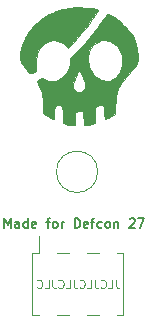
<source format=gbr>
G04 #@! TF.GenerationSoftware,KiCad,Pcbnew,5.1.2*
G04 #@! TF.CreationDate,2019-07-12T11:27:54-05:00*
G04 #@! TF.ProjectId,Tux,5475782e-6b69-4636-9164-5f7063625858,rev?*
G04 #@! TF.SameCoordinates,Original*
G04 #@! TF.FileFunction,Legend,Bot*
G04 #@! TF.FilePolarity,Positive*
%FSLAX46Y46*%
G04 Gerber Fmt 4.6, Leading zero omitted, Abs format (unit mm)*
G04 Created by KiCad (PCBNEW 5.1.2) date 2019-07-12 11:27:54*
%MOMM*%
%LPD*%
G04 APERTURE LIST*
%ADD10C,0.100000*%
%ADD11C,0.150000*%
%ADD12C,0.120000*%
%ADD13C,0.010000*%
G04 APERTURE END LIST*
D10*
X158683333Y-104166666D02*
X158683333Y-104666666D01*
X158716666Y-104766666D01*
X158783333Y-104833333D01*
X158883333Y-104866666D01*
X158950000Y-104866666D01*
X158016666Y-104866666D02*
X158350000Y-104866666D01*
X158350000Y-104166666D01*
X157383333Y-104800000D02*
X157416666Y-104833333D01*
X157516666Y-104866666D01*
X157583333Y-104866666D01*
X157683333Y-104833333D01*
X157750000Y-104766666D01*
X157783333Y-104700000D01*
X157816666Y-104566666D01*
X157816666Y-104466666D01*
X157783333Y-104333333D01*
X157750000Y-104266666D01*
X157683333Y-104200000D01*
X157583333Y-104166666D01*
X157516666Y-104166666D01*
X157416666Y-104200000D01*
X157383333Y-104233333D01*
X156883333Y-104166666D02*
X156883333Y-104666666D01*
X156916666Y-104766666D01*
X156983333Y-104833333D01*
X157083333Y-104866666D01*
X157150000Y-104866666D01*
X156216666Y-104866666D02*
X156550000Y-104866666D01*
X156550000Y-104166666D01*
X155583333Y-104800000D02*
X155616666Y-104833333D01*
X155716666Y-104866666D01*
X155783333Y-104866666D01*
X155883333Y-104833333D01*
X155950000Y-104766666D01*
X155983333Y-104700000D01*
X156016666Y-104566666D01*
X156016666Y-104466666D01*
X155983333Y-104333333D01*
X155950000Y-104266666D01*
X155883333Y-104200000D01*
X155783333Y-104166666D01*
X155716666Y-104166666D01*
X155616666Y-104200000D01*
X155583333Y-104233333D01*
X155083333Y-104166666D02*
X155083333Y-104666666D01*
X155116666Y-104766666D01*
X155183333Y-104833333D01*
X155283333Y-104866666D01*
X155350000Y-104866666D01*
X154416666Y-104866666D02*
X154750000Y-104866666D01*
X154750000Y-104166666D01*
X153783333Y-104800000D02*
X153816666Y-104833333D01*
X153916666Y-104866666D01*
X153983333Y-104866666D01*
X154083333Y-104833333D01*
X154150000Y-104766666D01*
X154183333Y-104700000D01*
X154216666Y-104566666D01*
X154216666Y-104466666D01*
X154183333Y-104333333D01*
X154150000Y-104266666D01*
X154083333Y-104200000D01*
X153983333Y-104166666D01*
X153916666Y-104166666D01*
X153816666Y-104200000D01*
X153783333Y-104233333D01*
X153283333Y-104166666D02*
X153283333Y-104666666D01*
X153316666Y-104766666D01*
X153383333Y-104833333D01*
X153483333Y-104866666D01*
X153550000Y-104866666D01*
X152616666Y-104866666D02*
X152950000Y-104866666D01*
X152950000Y-104166666D01*
X151983333Y-104800000D02*
X152016666Y-104833333D01*
X152116666Y-104866666D01*
X152183333Y-104866666D01*
X152283333Y-104833333D01*
X152350000Y-104766666D01*
X152383333Y-104700000D01*
X152416666Y-104566666D01*
X152416666Y-104466666D01*
X152383333Y-104333333D01*
X152350000Y-104266666D01*
X152283333Y-104200000D01*
X152183333Y-104166666D01*
X152116666Y-104166666D01*
X152016666Y-104200000D01*
X151983333Y-104233333D01*
D11*
X149214285Y-99781904D02*
X149214285Y-98981904D01*
X149480952Y-99553333D01*
X149747619Y-98981904D01*
X149747619Y-99781904D01*
X150471428Y-99781904D02*
X150471428Y-99362857D01*
X150433333Y-99286666D01*
X150357142Y-99248571D01*
X150204761Y-99248571D01*
X150128571Y-99286666D01*
X150471428Y-99743809D02*
X150395238Y-99781904D01*
X150204761Y-99781904D01*
X150128571Y-99743809D01*
X150090476Y-99667619D01*
X150090476Y-99591428D01*
X150128571Y-99515238D01*
X150204761Y-99477142D01*
X150395238Y-99477142D01*
X150471428Y-99439047D01*
X151195238Y-99781904D02*
X151195238Y-98981904D01*
X151195238Y-99743809D02*
X151119047Y-99781904D01*
X150966666Y-99781904D01*
X150890476Y-99743809D01*
X150852380Y-99705714D01*
X150814285Y-99629523D01*
X150814285Y-99400952D01*
X150852380Y-99324761D01*
X150890476Y-99286666D01*
X150966666Y-99248571D01*
X151119047Y-99248571D01*
X151195238Y-99286666D01*
X151880952Y-99743809D02*
X151804761Y-99781904D01*
X151652380Y-99781904D01*
X151576190Y-99743809D01*
X151538095Y-99667619D01*
X151538095Y-99362857D01*
X151576190Y-99286666D01*
X151652380Y-99248571D01*
X151804761Y-99248571D01*
X151880952Y-99286666D01*
X151919047Y-99362857D01*
X151919047Y-99439047D01*
X151538095Y-99515238D01*
X152757142Y-99248571D02*
X153061904Y-99248571D01*
X152871428Y-99781904D02*
X152871428Y-99096190D01*
X152909523Y-99020000D01*
X152985714Y-98981904D01*
X153061904Y-98981904D01*
X153442857Y-99781904D02*
X153366666Y-99743809D01*
X153328571Y-99705714D01*
X153290476Y-99629523D01*
X153290476Y-99400952D01*
X153328571Y-99324761D01*
X153366666Y-99286666D01*
X153442857Y-99248571D01*
X153557142Y-99248571D01*
X153633333Y-99286666D01*
X153671428Y-99324761D01*
X153709523Y-99400952D01*
X153709523Y-99629523D01*
X153671428Y-99705714D01*
X153633333Y-99743809D01*
X153557142Y-99781904D01*
X153442857Y-99781904D01*
X154052380Y-99781904D02*
X154052380Y-99248571D01*
X154052380Y-99400952D02*
X154090476Y-99324761D01*
X154128571Y-99286666D01*
X154204761Y-99248571D01*
X154280952Y-99248571D01*
X155157142Y-99781904D02*
X155157142Y-98981904D01*
X155347619Y-98981904D01*
X155461904Y-99020000D01*
X155538095Y-99096190D01*
X155576190Y-99172380D01*
X155614285Y-99324761D01*
X155614285Y-99439047D01*
X155576190Y-99591428D01*
X155538095Y-99667619D01*
X155461904Y-99743809D01*
X155347619Y-99781904D01*
X155157142Y-99781904D01*
X156261904Y-99743809D02*
X156185714Y-99781904D01*
X156033333Y-99781904D01*
X155957142Y-99743809D01*
X155919047Y-99667619D01*
X155919047Y-99362857D01*
X155957142Y-99286666D01*
X156033333Y-99248571D01*
X156185714Y-99248571D01*
X156261904Y-99286666D01*
X156300000Y-99362857D01*
X156300000Y-99439047D01*
X155919047Y-99515238D01*
X156528571Y-99248571D02*
X156833333Y-99248571D01*
X156642857Y-99781904D02*
X156642857Y-99096190D01*
X156680952Y-99020000D01*
X156757142Y-98981904D01*
X156833333Y-98981904D01*
X157442857Y-99743809D02*
X157366666Y-99781904D01*
X157214285Y-99781904D01*
X157138095Y-99743809D01*
X157100000Y-99705714D01*
X157061904Y-99629523D01*
X157061904Y-99400952D01*
X157100000Y-99324761D01*
X157138095Y-99286666D01*
X157214285Y-99248571D01*
X157366666Y-99248571D01*
X157442857Y-99286666D01*
X157900000Y-99781904D02*
X157823809Y-99743809D01*
X157785714Y-99705714D01*
X157747619Y-99629523D01*
X157747619Y-99400952D01*
X157785714Y-99324761D01*
X157823809Y-99286666D01*
X157900000Y-99248571D01*
X158014285Y-99248571D01*
X158090476Y-99286666D01*
X158128571Y-99324761D01*
X158166666Y-99400952D01*
X158166666Y-99629523D01*
X158128571Y-99705714D01*
X158090476Y-99743809D01*
X158014285Y-99781904D01*
X157900000Y-99781904D01*
X158509523Y-99248571D02*
X158509523Y-99781904D01*
X158509523Y-99324761D02*
X158547619Y-99286666D01*
X158623809Y-99248571D01*
X158738095Y-99248571D01*
X158814285Y-99286666D01*
X158852380Y-99362857D01*
X158852380Y-99781904D01*
X159804761Y-99058095D02*
X159842857Y-99020000D01*
X159919047Y-98981904D01*
X160109523Y-98981904D01*
X160185714Y-99020000D01*
X160223809Y-99058095D01*
X160261904Y-99134285D01*
X160261904Y-99210476D01*
X160223809Y-99324761D01*
X159766666Y-99781904D01*
X160261904Y-99781904D01*
X160528571Y-98981904D02*
X161061904Y-98981904D01*
X160719047Y-99781904D01*
D12*
X157110000Y-95030000D02*
G75*
G03X157110000Y-95030000I-1750000J0D01*
G01*
D13*
G36*
X155198595Y-81115979D02*
G01*
X154828730Y-81141869D01*
X154729834Y-81152928D01*
X154156353Y-81261108D01*
X153567984Y-81447618D01*
X153285644Y-81562344D01*
X152962514Y-81709397D01*
X152692392Y-81850936D01*
X152453839Y-82001763D01*
X152225414Y-82176679D01*
X151985680Y-82390487D01*
X151744678Y-82626238D01*
X151539803Y-82835142D01*
X151384132Y-83002368D01*
X151264933Y-83143960D01*
X151169472Y-83275965D01*
X151085018Y-83414428D01*
X151012563Y-83548818D01*
X150828997Y-83933027D01*
X150697407Y-84285269D01*
X150609098Y-84632632D01*
X150559953Y-84958760D01*
X150538285Y-85228053D01*
X150543969Y-85440639D01*
X150582033Y-85621482D01*
X150657505Y-85795548D01*
X150763675Y-85970222D01*
X150865744Y-86112401D01*
X150987918Y-86265334D01*
X151116786Y-86414290D01*
X151238936Y-86544541D01*
X151340957Y-86641358D01*
X151409436Y-86690011D01*
X151421810Y-86693011D01*
X151483334Y-86673349D01*
X151591085Y-86623696D01*
X151681834Y-86576330D01*
X151893500Y-86460638D01*
X151895799Y-85868236D01*
X151906043Y-85517122D01*
X151938042Y-85230615D01*
X151998235Y-84990056D01*
X152093058Y-84776780D01*
X152228950Y-84572128D01*
X152412347Y-84357438D01*
X152419708Y-84349510D01*
X152682748Y-84122910D01*
X152976191Y-83974420D01*
X153296796Y-83905500D01*
X153417500Y-83900446D01*
X153695607Y-83926526D01*
X153942767Y-84009814D01*
X154178414Y-84159037D01*
X154366613Y-84326706D01*
X154596058Y-84553853D01*
X155016650Y-84110510D01*
X155371576Y-83724812D01*
X155723447Y-83320659D01*
X156062075Y-82910993D01*
X156377278Y-82508752D01*
X156658868Y-82126875D01*
X156896661Y-81778302D01*
X157054845Y-81521164D01*
X157169216Y-81322495D01*
X156944358Y-81255419D01*
X156678588Y-81194899D01*
X156350255Y-81149729D01*
X155980230Y-81120875D01*
X155589386Y-81109303D01*
X155198595Y-81115979D01*
X155198595Y-81115979D01*
G37*
X155198595Y-81115979D02*
X154828730Y-81141869D01*
X154729834Y-81152928D01*
X154156353Y-81261108D01*
X153567984Y-81447618D01*
X153285644Y-81562344D01*
X152962514Y-81709397D01*
X152692392Y-81850936D01*
X152453839Y-82001763D01*
X152225414Y-82176679D01*
X151985680Y-82390487D01*
X151744678Y-82626238D01*
X151539803Y-82835142D01*
X151384132Y-83002368D01*
X151264933Y-83143960D01*
X151169472Y-83275965D01*
X151085018Y-83414428D01*
X151012563Y-83548818D01*
X150828997Y-83933027D01*
X150697407Y-84285269D01*
X150609098Y-84632632D01*
X150559953Y-84958760D01*
X150538285Y-85228053D01*
X150543969Y-85440639D01*
X150582033Y-85621482D01*
X150657505Y-85795548D01*
X150763675Y-85970222D01*
X150865744Y-86112401D01*
X150987918Y-86265334D01*
X151116786Y-86414290D01*
X151238936Y-86544541D01*
X151340957Y-86641358D01*
X151409436Y-86690011D01*
X151421810Y-86693011D01*
X151483334Y-86673349D01*
X151591085Y-86623696D01*
X151681834Y-86576330D01*
X151893500Y-86460638D01*
X151895799Y-85868236D01*
X151906043Y-85517122D01*
X151938042Y-85230615D01*
X151998235Y-84990056D01*
X152093058Y-84776780D01*
X152228950Y-84572128D01*
X152412347Y-84357438D01*
X152419708Y-84349510D01*
X152682748Y-84122910D01*
X152976191Y-83974420D01*
X153296796Y-83905500D01*
X153417500Y-83900446D01*
X153695607Y-83926526D01*
X153942767Y-84009814D01*
X154178414Y-84159037D01*
X154366613Y-84326706D01*
X154596058Y-84553853D01*
X155016650Y-84110510D01*
X155371576Y-83724812D01*
X155723447Y-83320659D01*
X156062075Y-82910993D01*
X156377278Y-82508752D01*
X156658868Y-82126875D01*
X156896661Y-81778302D01*
X157054845Y-81521164D01*
X157169216Y-81322495D01*
X156944358Y-81255419D01*
X156678588Y-81194899D01*
X156350255Y-81149729D01*
X155980230Y-81120875D01*
X155589386Y-81109303D01*
X155198595Y-81115979D01*
G36*
X157904642Y-81693261D02*
G01*
X157807891Y-81803992D01*
X157669915Y-81988448D01*
X157490775Y-82246547D01*
X157425053Y-82344250D01*
X157115231Y-82793903D01*
X156808341Y-83208687D01*
X156489127Y-83607180D01*
X156142335Y-84007963D01*
X155752708Y-84429615D01*
X155482025Y-84710601D01*
X154793334Y-85416233D01*
X154793010Y-85621200D01*
X154753756Y-85950788D01*
X154643800Y-86283290D01*
X154473341Y-86596632D01*
X154252572Y-86868741D01*
X154188652Y-86929596D01*
X153962770Y-87111065D01*
X153749965Y-87230877D01*
X153524185Y-87302454D01*
X153432181Y-87319394D01*
X153212439Y-87335081D01*
X152997151Y-87306983D01*
X152758711Y-87230169D01*
X152632533Y-87176617D01*
X152390942Y-87068198D01*
X152173971Y-87178145D01*
X152056499Y-87244243D01*
X151977709Y-87301160D01*
X151957000Y-87329077D01*
X151977688Y-87385414D01*
X152030968Y-87487145D01*
X152080754Y-87571780D01*
X152182414Y-87750647D01*
X152264522Y-87929626D01*
X152329832Y-88121704D01*
X152381100Y-88339866D01*
X152421079Y-88597098D01*
X152452525Y-88906386D01*
X152478190Y-89280716D01*
X152489943Y-89500878D01*
X152519002Y-90085257D01*
X152650751Y-90184668D01*
X152738083Y-90243887D01*
X152864231Y-90321590D01*
X153008735Y-90406159D01*
X153151136Y-90485979D01*
X153270976Y-90549434D01*
X153347795Y-90584906D01*
X153362288Y-90588666D01*
X153372646Y-90549103D01*
X153384223Y-90441415D01*
X153395596Y-90282101D01*
X153405253Y-90089910D01*
X153417478Y-89884343D01*
X153435156Y-89702917D01*
X153455827Y-89566455D01*
X153475078Y-89499065D01*
X153560859Y-89418638D01*
X153692912Y-89374831D01*
X153838456Y-89373948D01*
X153943606Y-89408958D01*
X154021909Y-89463047D01*
X154078776Y-89533067D01*
X154117494Y-89632396D01*
X154141351Y-89774411D01*
X154153633Y-89972489D01*
X154157628Y-90240008D01*
X154157710Y-90280260D01*
X154159027Y-90520450D01*
X154163464Y-90689586D01*
X154172621Y-90801265D01*
X154188099Y-90869087D01*
X154211499Y-90906649D01*
X154233256Y-90922118D01*
X154317443Y-90952432D01*
X154458877Y-90989656D01*
X154631061Y-91028240D01*
X154807498Y-91062636D01*
X154961690Y-91087295D01*
X155066716Y-91096666D01*
X155174334Y-91096666D01*
X155174334Y-90586742D01*
X155175292Y-90369980D01*
X155180102Y-90220716D01*
X155191670Y-90121783D01*
X155212902Y-90056018D01*
X155246703Y-90006257D01*
X155278243Y-89972909D01*
X155402584Y-89890563D01*
X155542826Y-89870346D01*
X155676793Y-89881897D01*
X155769635Y-89923056D01*
X155831318Y-90007548D01*
X155871805Y-90149099D01*
X155901064Y-90361434D01*
X155901355Y-90364163D01*
X155929519Y-90628416D01*
X155951058Y-90820071D01*
X155968750Y-90950676D01*
X155985371Y-91031776D01*
X156003700Y-91074918D01*
X156026513Y-91091648D01*
X156056587Y-91093511D01*
X156076511Y-91092415D01*
X156167258Y-91081151D01*
X156305987Y-91056422D01*
X156423167Y-91032122D01*
X156581495Y-90994093D01*
X156723172Y-90954851D01*
X156793584Y-90931587D01*
X156910000Y-90887095D01*
X156910000Y-89580192D01*
X157040249Y-89470596D01*
X157196868Y-89383254D01*
X157363057Y-89364198D01*
X157514467Y-89415090D01*
X157543826Y-89436203D01*
X157583840Y-89476685D01*
X157612575Y-89533038D01*
X157633427Y-89621278D01*
X157649794Y-89757416D01*
X157665071Y-89957469D01*
X157669815Y-90030224D01*
X157684334Y-90231176D01*
X157699714Y-90399870D01*
X157714167Y-90519164D01*
X157725905Y-90571915D01*
X157726389Y-90572499D01*
X157769932Y-90561764D01*
X157870680Y-90514987D01*
X158013312Y-90439813D01*
X158171123Y-90350537D01*
X158592399Y-90105117D01*
X158615841Y-89362641D01*
X158629302Y-89030297D01*
X158648407Y-88764379D01*
X158676434Y-88546683D01*
X158716665Y-88359000D01*
X158772379Y-88183125D01*
X158846857Y-88000850D01*
X158870723Y-87947926D01*
X158936462Y-87812330D01*
X159008403Y-87683820D01*
X156061791Y-87683820D01*
X156058784Y-87825773D01*
X156037973Y-87921533D01*
X155984952Y-88005187D01*
X155885316Y-88110818D01*
X155878404Y-88117736D01*
X155760110Y-88226201D01*
X155665632Y-88282588D01*
X155567092Y-88301874D01*
X155534167Y-88302666D01*
X155429320Y-88291255D01*
X155336528Y-88247038D01*
X155227914Y-88155037D01*
X155189930Y-88117736D01*
X155086103Y-88007486D01*
X155030628Y-87921076D01*
X155008589Y-87826087D01*
X155005000Y-87715862D01*
X155024029Y-87562964D01*
X155074797Y-87362588D01*
X155147827Y-87141210D01*
X155233640Y-86925309D01*
X155322759Y-86741363D01*
X155393466Y-86630623D01*
X155473158Y-86550093D01*
X155547734Y-86526052D01*
X155623151Y-86563571D01*
X155705362Y-86667719D01*
X155800322Y-86843566D01*
X155898825Y-87060865D01*
X155985646Y-87277512D01*
X156036589Y-87449432D01*
X156058998Y-87604700D01*
X156061791Y-87683820D01*
X159008403Y-87683820D01*
X159008507Y-87683635D01*
X159095344Y-87550340D01*
X159205455Y-87400945D01*
X159347324Y-87223950D01*
X159529433Y-87007853D01*
X159760268Y-86741156D01*
X159764474Y-86736333D01*
X159944225Y-86524889D01*
X160110883Y-86318838D01*
X160253123Y-86132928D01*
X160359621Y-85981902D01*
X160414731Y-85889666D01*
X160466504Y-85776560D01*
X159192457Y-85776560D01*
X159186410Y-85943482D01*
X159162370Y-86093771D01*
X159117543Y-86259787D01*
X158977943Y-86599233D01*
X158784681Y-86883251D01*
X158543897Y-87103964D01*
X158385070Y-87199774D01*
X158233788Y-87271254D01*
X158113354Y-87310232D01*
X157986403Y-87324427D01*
X157815572Y-87321556D01*
X157799000Y-87320825D01*
X157541108Y-87293229D01*
X157334716Y-87232718D01*
X157281237Y-87208541D01*
X156974166Y-87011883D01*
X156713200Y-86747612D01*
X156505974Y-86423537D01*
X156497923Y-86407446D01*
X156430076Y-86266439D01*
X156384273Y-86153082D01*
X156355575Y-86043628D01*
X156339043Y-85914326D01*
X156329740Y-85741427D01*
X156324682Y-85574332D01*
X156320585Y-85342565D01*
X156324456Y-85172581D01*
X156338619Y-85041684D01*
X156365391Y-84927181D01*
X156401754Y-84820541D01*
X156531174Y-84571363D01*
X156720086Y-84331878D01*
X156944888Y-84128030D01*
X157145999Y-84002430D01*
X157272666Y-83945309D01*
X157381337Y-83913525D01*
X157503314Y-83902010D01*
X157669895Y-83905695D01*
X157725546Y-83908581D01*
X157966073Y-83932237D01*
X158149727Y-83976523D01*
X158261213Y-84024188D01*
X158487858Y-84178505D01*
X158707286Y-84396871D01*
X158901438Y-84659362D01*
X159006612Y-84846401D01*
X159083253Y-85011750D01*
X159132098Y-85152449D01*
X159161416Y-85301798D01*
X159179478Y-85493096D01*
X159183684Y-85559390D01*
X159192457Y-85776560D01*
X160466504Y-85776560D01*
X160467411Y-85774580D01*
X160500786Y-85671217D01*
X160518930Y-85554789D01*
X160525917Y-85400509D01*
X160526061Y-85212333D01*
X160480160Y-84688672D01*
X160352566Y-84174542D01*
X160146254Y-83679889D01*
X159980746Y-83388352D01*
X159860977Y-83219621D01*
X159694490Y-83014038D01*
X159498238Y-82790556D01*
X159289177Y-82568130D01*
X159084259Y-82365714D01*
X158982949Y-82272866D01*
X158848047Y-82164326D01*
X158679990Y-82045165D01*
X158496180Y-81925873D01*
X158314022Y-81816941D01*
X158150920Y-81728859D01*
X158024276Y-81672117D01*
X157960106Y-81656333D01*
X157904642Y-81693261D01*
X157904642Y-81693261D01*
G37*
X157904642Y-81693261D02*
X157807891Y-81803992D01*
X157669915Y-81988448D01*
X157490775Y-82246547D01*
X157425053Y-82344250D01*
X157115231Y-82793903D01*
X156808341Y-83208687D01*
X156489127Y-83607180D01*
X156142335Y-84007963D01*
X155752708Y-84429615D01*
X155482025Y-84710601D01*
X154793334Y-85416233D01*
X154793010Y-85621200D01*
X154753756Y-85950788D01*
X154643800Y-86283290D01*
X154473341Y-86596632D01*
X154252572Y-86868741D01*
X154188652Y-86929596D01*
X153962770Y-87111065D01*
X153749965Y-87230877D01*
X153524185Y-87302454D01*
X153432181Y-87319394D01*
X153212439Y-87335081D01*
X152997151Y-87306983D01*
X152758711Y-87230169D01*
X152632533Y-87176617D01*
X152390942Y-87068198D01*
X152173971Y-87178145D01*
X152056499Y-87244243D01*
X151977709Y-87301160D01*
X151957000Y-87329077D01*
X151977688Y-87385414D01*
X152030968Y-87487145D01*
X152080754Y-87571780D01*
X152182414Y-87750647D01*
X152264522Y-87929626D01*
X152329832Y-88121704D01*
X152381100Y-88339866D01*
X152421079Y-88597098D01*
X152452525Y-88906386D01*
X152478190Y-89280716D01*
X152489943Y-89500878D01*
X152519002Y-90085257D01*
X152650751Y-90184668D01*
X152738083Y-90243887D01*
X152864231Y-90321590D01*
X153008735Y-90406159D01*
X153151136Y-90485979D01*
X153270976Y-90549434D01*
X153347795Y-90584906D01*
X153362288Y-90588666D01*
X153372646Y-90549103D01*
X153384223Y-90441415D01*
X153395596Y-90282101D01*
X153405253Y-90089910D01*
X153417478Y-89884343D01*
X153435156Y-89702917D01*
X153455827Y-89566455D01*
X153475078Y-89499065D01*
X153560859Y-89418638D01*
X153692912Y-89374831D01*
X153838456Y-89373948D01*
X153943606Y-89408958D01*
X154021909Y-89463047D01*
X154078776Y-89533067D01*
X154117494Y-89632396D01*
X154141351Y-89774411D01*
X154153633Y-89972489D01*
X154157628Y-90240008D01*
X154157710Y-90280260D01*
X154159027Y-90520450D01*
X154163464Y-90689586D01*
X154172621Y-90801265D01*
X154188099Y-90869087D01*
X154211499Y-90906649D01*
X154233256Y-90922118D01*
X154317443Y-90952432D01*
X154458877Y-90989656D01*
X154631061Y-91028240D01*
X154807498Y-91062636D01*
X154961690Y-91087295D01*
X155066716Y-91096666D01*
X155174334Y-91096666D01*
X155174334Y-90586742D01*
X155175292Y-90369980D01*
X155180102Y-90220716D01*
X155191670Y-90121783D01*
X155212902Y-90056018D01*
X155246703Y-90006257D01*
X155278243Y-89972909D01*
X155402584Y-89890563D01*
X155542826Y-89870346D01*
X155676793Y-89881897D01*
X155769635Y-89923056D01*
X155831318Y-90007548D01*
X155871805Y-90149099D01*
X155901064Y-90361434D01*
X155901355Y-90364163D01*
X155929519Y-90628416D01*
X155951058Y-90820071D01*
X155968750Y-90950676D01*
X155985371Y-91031776D01*
X156003700Y-91074918D01*
X156026513Y-91091648D01*
X156056587Y-91093511D01*
X156076511Y-91092415D01*
X156167258Y-91081151D01*
X156305987Y-91056422D01*
X156423167Y-91032122D01*
X156581495Y-90994093D01*
X156723172Y-90954851D01*
X156793584Y-90931587D01*
X156910000Y-90887095D01*
X156910000Y-89580192D01*
X157040249Y-89470596D01*
X157196868Y-89383254D01*
X157363057Y-89364198D01*
X157514467Y-89415090D01*
X157543826Y-89436203D01*
X157583840Y-89476685D01*
X157612575Y-89533038D01*
X157633427Y-89621278D01*
X157649794Y-89757416D01*
X157665071Y-89957469D01*
X157669815Y-90030224D01*
X157684334Y-90231176D01*
X157699714Y-90399870D01*
X157714167Y-90519164D01*
X157725905Y-90571915D01*
X157726389Y-90572499D01*
X157769932Y-90561764D01*
X157870680Y-90514987D01*
X158013312Y-90439813D01*
X158171123Y-90350537D01*
X158592399Y-90105117D01*
X158615841Y-89362641D01*
X158629302Y-89030297D01*
X158648407Y-88764379D01*
X158676434Y-88546683D01*
X158716665Y-88359000D01*
X158772379Y-88183125D01*
X158846857Y-88000850D01*
X158870723Y-87947926D01*
X158936462Y-87812330D01*
X159008403Y-87683820D01*
X156061791Y-87683820D01*
X156058784Y-87825773D01*
X156037973Y-87921533D01*
X155984952Y-88005187D01*
X155885316Y-88110818D01*
X155878404Y-88117736D01*
X155760110Y-88226201D01*
X155665632Y-88282588D01*
X155567092Y-88301874D01*
X155534167Y-88302666D01*
X155429320Y-88291255D01*
X155336528Y-88247038D01*
X155227914Y-88155037D01*
X155189930Y-88117736D01*
X155086103Y-88007486D01*
X155030628Y-87921076D01*
X155008589Y-87826087D01*
X155005000Y-87715862D01*
X155024029Y-87562964D01*
X155074797Y-87362588D01*
X155147827Y-87141210D01*
X155233640Y-86925309D01*
X155322759Y-86741363D01*
X155393466Y-86630623D01*
X155473158Y-86550093D01*
X155547734Y-86526052D01*
X155623151Y-86563571D01*
X155705362Y-86667719D01*
X155800322Y-86843566D01*
X155898825Y-87060865D01*
X155985646Y-87277512D01*
X156036589Y-87449432D01*
X156058998Y-87604700D01*
X156061791Y-87683820D01*
X159008403Y-87683820D01*
X159008507Y-87683635D01*
X159095344Y-87550340D01*
X159205455Y-87400945D01*
X159347324Y-87223950D01*
X159529433Y-87007853D01*
X159760268Y-86741156D01*
X159764474Y-86736333D01*
X159944225Y-86524889D01*
X160110883Y-86318838D01*
X160253123Y-86132928D01*
X160359621Y-85981902D01*
X160414731Y-85889666D01*
X160466504Y-85776560D01*
X159192457Y-85776560D01*
X159186410Y-85943482D01*
X159162370Y-86093771D01*
X159117543Y-86259787D01*
X158977943Y-86599233D01*
X158784681Y-86883251D01*
X158543897Y-87103964D01*
X158385070Y-87199774D01*
X158233788Y-87271254D01*
X158113354Y-87310232D01*
X157986403Y-87324427D01*
X157815572Y-87321556D01*
X157799000Y-87320825D01*
X157541108Y-87293229D01*
X157334716Y-87232718D01*
X157281237Y-87208541D01*
X156974166Y-87011883D01*
X156713200Y-86747612D01*
X156505974Y-86423537D01*
X156497923Y-86407446D01*
X156430076Y-86266439D01*
X156384273Y-86153082D01*
X156355575Y-86043628D01*
X156339043Y-85914326D01*
X156329740Y-85741427D01*
X156324682Y-85574332D01*
X156320585Y-85342565D01*
X156324456Y-85172581D01*
X156338619Y-85041684D01*
X156365391Y-84927181D01*
X156401754Y-84820541D01*
X156531174Y-84571363D01*
X156720086Y-84331878D01*
X156944888Y-84128030D01*
X157145999Y-84002430D01*
X157272666Y-83945309D01*
X157381337Y-83913525D01*
X157503314Y-83902010D01*
X157669895Y-83905695D01*
X157725546Y-83908581D01*
X157966073Y-83932237D01*
X158149727Y-83976523D01*
X158261213Y-84024188D01*
X158487858Y-84178505D01*
X158707286Y-84396871D01*
X158901438Y-84659362D01*
X159006612Y-84846401D01*
X159083253Y-85011750D01*
X159132098Y-85152449D01*
X159161416Y-85301798D01*
X159179478Y-85493096D01*
X159183684Y-85559390D01*
X159192457Y-85776560D01*
X160466504Y-85776560D01*
X160467411Y-85774580D01*
X160500786Y-85671217D01*
X160518930Y-85554789D01*
X160525917Y-85400509D01*
X160526061Y-85212333D01*
X160480160Y-84688672D01*
X160352566Y-84174542D01*
X160146254Y-83679889D01*
X159980746Y-83388352D01*
X159860977Y-83219621D01*
X159694490Y-83014038D01*
X159498238Y-82790556D01*
X159289177Y-82568130D01*
X159084259Y-82365714D01*
X158982949Y-82272866D01*
X158848047Y-82164326D01*
X158679990Y-82045165D01*
X158496180Y-81925873D01*
X158314022Y-81816941D01*
X158150920Y-81728859D01*
X158024276Y-81672117D01*
X157960106Y-81656333D01*
X157904642Y-81693261D01*
D12*
X156170000Y-107120000D02*
X157190000Y-107120000D01*
X156170000Y-101920000D02*
X157190000Y-101920000D01*
X153630000Y-107120000D02*
X154650000Y-107120000D01*
X153630000Y-101920000D02*
X154650000Y-101920000D01*
X158710000Y-107120000D02*
X159280000Y-107120000D01*
X158710000Y-101920000D02*
X159280000Y-101920000D01*
X151540000Y-107120000D02*
X152110000Y-107120000D01*
X151540000Y-101920000D02*
X152110000Y-101920000D01*
X152110000Y-100480000D02*
X152110000Y-101920000D01*
X159280000Y-101920000D02*
X159280000Y-107120000D01*
X151540000Y-101920000D02*
X151540000Y-107120000D01*
M02*

</source>
